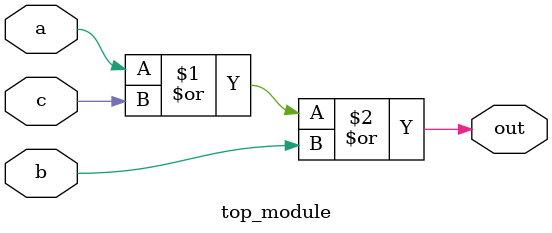
<source format=v>
module top_module(
    input a,
    input b,
    input c,
    output out  );
    assign out = a | c | b;
endmodule

</source>
